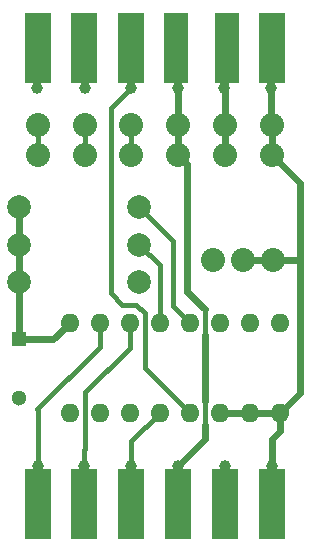
<source format=gbl>
G04 #@! TF.FileFunction,Copper,L2,Bot,Signal*
%FSLAX46Y46*%
G04 Gerber Fmt 4.6, Leading zero omitted, Abs format (unit mm)*
G04 Created by KiCad (PCBNEW 4.0.5) date 12/24/17 14:42:58*
%MOMM*%
%LPD*%
G01*
G04 APERTURE LIST*
%ADD10C,0.100000*%
%ADD11C,1.998980*%
%ADD12R,2.250000X6.000000*%
%ADD13R,1.300000X1.300000*%
%ADD14C,1.300000*%
%ADD15R,2.050000X6.000000*%
%ADD16O,1.600000X1.600000*%
%ADD17C,2.032000*%
%ADD18C,1.000000*%
%ADD19C,0.600000*%
%ADD20C,0.400000*%
G04 APERTURE END LIST*
D10*
D11*
X112268000Y-92075000D03*
X122428000Y-92075000D03*
D12*
X133633000Y-117254000D03*
X129670600Y-117254000D03*
X125708200Y-117254000D03*
X121745800Y-117254000D03*
X117783400Y-117254000D03*
X113821000Y-117254000D03*
D13*
X112268000Y-103251000D03*
D14*
X112268000Y-108251000D03*
D12*
X133633000Y-78654000D03*
D15*
X129870600Y-78654000D03*
X125508200Y-78654000D03*
D12*
X121745800Y-78654000D03*
X117783400Y-78654000D03*
X113821000Y-78654000D03*
D11*
X112268000Y-98425000D03*
X122428000Y-98425000D03*
X112268000Y-95250000D03*
X122428000Y-95250000D03*
D16*
X116540000Y-109500000D03*
X119080000Y-109500000D03*
X121620000Y-109500000D03*
X124160000Y-109500000D03*
X126700000Y-109500000D03*
X129240000Y-109500000D03*
X131780000Y-109500000D03*
X134320000Y-109500000D03*
X134320000Y-101880000D03*
X131780000Y-101880000D03*
X129240000Y-101880000D03*
X126700000Y-101880000D03*
X124160000Y-101880000D03*
X121620000Y-101880000D03*
X119080000Y-101880000D03*
X116540000Y-101880000D03*
D17*
X133656000Y-87670000D03*
X129693600Y-87670000D03*
X125731200Y-87670000D03*
X121768800Y-87670000D03*
X117806400Y-87670000D03*
X113844000Y-87670000D03*
X133656000Y-85130000D03*
X129693600Y-85130000D03*
X125731200Y-85130000D03*
X121768800Y-85130000D03*
X117806400Y-85130000D03*
X113844000Y-85130000D03*
X128651000Y-96520000D03*
X131191000Y-96520000D03*
X133731000Y-96520000D03*
D18*
X129670600Y-114000000D03*
X129600000Y-82000000D03*
X133633000Y-114000000D03*
X133600000Y-82000000D03*
X125700000Y-114000000D03*
X125700000Y-82000000D03*
X121745800Y-114000000D03*
X117783400Y-114000000D03*
X113821000Y-114000000D03*
X121700000Y-82000000D03*
X117800000Y-82000000D03*
X113800000Y-82000000D03*
D19*
X112268000Y-98425000D02*
X112268000Y-103251000D01*
X112268000Y-95250000D02*
X112268000Y-98425000D01*
X112268000Y-92075000D02*
X112268000Y-95250000D01*
X129670600Y-117254000D02*
X129670600Y-114000000D01*
X112268000Y-103251000D02*
X115169000Y-103251000D01*
X115169000Y-103251000D02*
X116540000Y-101880000D01*
X129693600Y-85130000D02*
X129693600Y-82093600D01*
X129693600Y-82093600D02*
X129600000Y-82000000D01*
X129693600Y-87670000D02*
X129693600Y-85130000D01*
X129670600Y-78654000D02*
X129670600Y-81929400D01*
X129670600Y-81929400D02*
X129600000Y-82000000D01*
X136000000Y-107820000D02*
X136000000Y-96520000D01*
X136000000Y-96520000D02*
X136000000Y-90014000D01*
X133731000Y-96520000D02*
X136000000Y-96520000D01*
X131191000Y-96520000D02*
X133731000Y-96520000D01*
X136000000Y-90014000D02*
X133656000Y-87670000D01*
X134320000Y-109500000D02*
X136000000Y-107820000D01*
X133633000Y-111742452D02*
X133633000Y-114000000D01*
X133633000Y-114000000D02*
X133633000Y-117254000D01*
X133656000Y-85130000D02*
X133656000Y-87670000D01*
X133600000Y-82000000D02*
X133600000Y-85074000D01*
X133600000Y-85074000D02*
X133656000Y-85130000D01*
X133600000Y-82000000D02*
X133600000Y-78687000D01*
X133600000Y-78687000D02*
X133633000Y-78654000D01*
X134320000Y-111055452D02*
X134320000Y-109500000D01*
X133633000Y-111742452D02*
X134320000Y-111055452D01*
X131780000Y-109500000D02*
X129240000Y-109500000D01*
X134320000Y-109500000D02*
X131780000Y-109500000D01*
D20*
X127989999Y-102870000D02*
X127975436Y-102855437D01*
X127975436Y-102855437D02*
X127975436Y-100759203D01*
X127975436Y-100759203D02*
X127989999Y-100744640D01*
D19*
X125731200Y-87670000D02*
X126492000Y-88430800D01*
X126492000Y-88430800D02*
X126492000Y-99246641D01*
X126492000Y-99246641D02*
X127989999Y-100744640D01*
X127989999Y-108510001D02*
X127989999Y-102870000D01*
D20*
X128000000Y-110500000D02*
X127989999Y-110489999D01*
X127989999Y-110489999D02*
X127989999Y-108510001D01*
D19*
X128000000Y-111700000D02*
X128000000Y-110500000D01*
X125700000Y-114000000D02*
X128000000Y-111700000D01*
X125700000Y-114000000D02*
X125700000Y-117245800D01*
X125700000Y-117245800D02*
X125708200Y-117254000D01*
X125731200Y-85130000D02*
X125731200Y-87670000D01*
X125700000Y-82000000D02*
X125700000Y-85098800D01*
X125700000Y-85098800D02*
X125731200Y-85130000D01*
D20*
X125700000Y-82000000D02*
X125700000Y-78662200D01*
X125700000Y-78662200D02*
X125708200Y-78654000D01*
X121745800Y-114000000D02*
X121745800Y-117254000D01*
X121745800Y-117254000D02*
X121745800Y-111914200D01*
X121745800Y-111914200D02*
X124160000Y-109500000D01*
X117783400Y-117254000D02*
X117783400Y-114000000D01*
X117783400Y-117254000D02*
X117783400Y-112629822D01*
X117783400Y-112629822D02*
X117829999Y-112583223D01*
X117829999Y-112583223D02*
X117829999Y-107770001D01*
X117829999Y-107770001D02*
X121620000Y-103980000D01*
X121620000Y-103980000D02*
X121620000Y-101880000D01*
X113821000Y-117254000D02*
X113821000Y-114000000D01*
X113821000Y-117254000D02*
X113821000Y-109221000D01*
X113821000Y-109221000D02*
X113800000Y-109200000D01*
X113800000Y-109200000D02*
X119080000Y-103920000D01*
X119080000Y-103920000D02*
X119080000Y-101880000D01*
X121700000Y-82000000D02*
X120015000Y-83685000D01*
X120015000Y-83685000D02*
X120015000Y-99342543D01*
X122896972Y-105696972D02*
X126700000Y-109500000D01*
X120015000Y-99342543D02*
X121002457Y-100330000D01*
X121002457Y-100330000D02*
X122180370Y-100330000D01*
X122180370Y-100330000D02*
X122896972Y-101046602D01*
X122896972Y-101046602D02*
X122896972Y-105696972D01*
X121745800Y-78654000D02*
X121745800Y-81954200D01*
X121745800Y-81954200D02*
X121700000Y-82000000D01*
X122428000Y-92075000D02*
X125269350Y-94916350D01*
X125269350Y-94916350D02*
X125269350Y-100449350D01*
X125269350Y-100449350D02*
X126700000Y-101880000D01*
X117800000Y-82000000D02*
X117800000Y-78670600D01*
X117800000Y-78670600D02*
X117783400Y-78654000D01*
X113821000Y-78654000D02*
X113821000Y-81979000D01*
X113821000Y-81979000D02*
X113800000Y-82000000D01*
X121768800Y-85130000D02*
X121768800Y-87670000D01*
X124160000Y-96982000D02*
X124160000Y-101880000D01*
X122428000Y-95250000D02*
X124160000Y-96982000D01*
X117806400Y-87670000D02*
X117806400Y-85130000D01*
X113844000Y-85130000D02*
X113844000Y-87670000D01*
M02*

</source>
